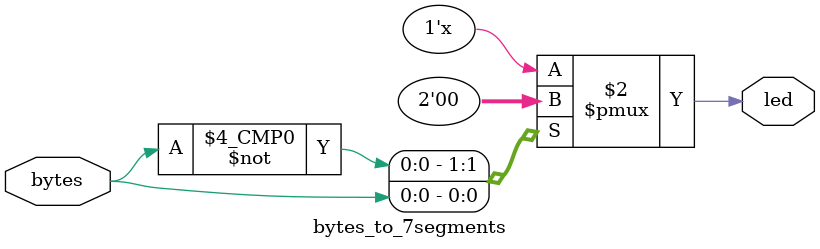
<source format=v>
module project(motor1, motor2, 
               led1, led2, led3, point_led,
               switch, motor_dir, clk, reset, set);

    input [2:0] motor_dir;
    input [3:0] switch;
    input reset, clk;
    input set;

    output [1:0] motor1;
    output [1:0] motor2;
    output [6:0] led1;
    output [6:0] led2;
    output [6:0] led3;
    output [6:0] point_led;

    reg [1:0] motor1;
    reg [1:0] motor2;
    reg [6:0] led1;
    reg [6:0] led2;
    reg [6:0] led3;
    reg [4:0] num1;
    reg [4:0] num2;
    reg [8:0] num3;
    reg [2:0] point;
    reg [6:0] point_led;

    reg [3:0] rand,rand2;
    reg [8:0] rand3;
    reg operator, alreadySet;

    always @(posedge clk) begin // random number
      rand <= rand + 1;
      rand2 <= rand2 + 3;
      rand3 <= rand3 + rand + rand2;
      if(rand > 9) rand <= 0;
      if(rand2 > 9) rand2 <= rand2 - 9;
      if(rand3 > 100) rand3 <= 0; 
    end

    always @ (1) begin // click switch then opposite dir
      if(motor_dir[0] == 1) begin
        motor1 <= 2'b01;
      end
      else begin
        motor1 <= 2'b10;
      end
    end

    always @ (1) begin  // click switch then opposite dir
      if(motor_dir[1] == 1) begin
        motor2 <= 2'b01;
      end
      else begin
        motor2 <= 2'b10;
      end
    end

    always @ (1) begin // declare opetation + - * /
      if(reset) begin
        num1 <= 0;
        num2 <= 0;
        num3 <= 0;
      end

      if(set) begin
         alreadySet <= 1;
         operator <= rand3 % 4;
         if(rand >= rand2) begin
            num1 <= rand;
            num2 <= rand2;
         end 
         else begin
            num1 <= rand2;
            num2 <= rand;
         end
         
          case (operator)
            0 : num3 <= num1 + num2;
            1 : num3 <= num1 - num2;
            2 : num3 <= num1 * num2;
            3 : num3 <= num1 / num2;
          endcase
      end

      case (num1)
            //            abcdefg
            0 : led1 <= 7'b1111110;
            1 : led1 <= 7'b0110000;
            2 : led1 <= 7'b1101101;
            3 : led1 <= 7'b1111001;
            4 : led1 <= 7'b1110011;
            5 : led1 <= 7'b1011011;
            6 : led1 <= 7'b1011111;
            7 : led1 <= 7'b1110000;
            8 : led1 <= 7'b1111111;
            9 : led1 <= 7'b1111011;
        endcase

      case (num2)
            //            abcdefg
            0 : led2 <= 7'b1111110;
            1 : led2 <= 7'b0110000;
            2 : led2 <= 7'b1101101;
            3 : led2 <= 7'b1111001;
            4 : led2 <= 7'b1110011;
            5 : led2 <= 7'b1011011;
            6 : led2 <= 7'b1011111;
            7 : led2 <= 7'b1110000;
            8 : led2 <= 7'b1111111;
            9 : led2 <= 7'b1111011;
        endcase

        case (num3)
            //            abcdefg
            0 : led3 <= 7'b1111110;
            1 : led3 <= 7'b0110000;
            2 : led3 <= 7'b1101101;
            3 : led3 <= 7'b1111001;
            4 : led3 <= 7'b1110011;
            5 : led3 <= 7'b1011011;
            6 : led3 <= 7'b1011111;
            7 : led3 <= 7'b1110000;
            8 : led3 <= 7'b1111111;
            9 : led3 <= 7'b1111011;
        endcase

      if(alreadySet == 1) begin
        if(operator == 0) begin
          if(switch[0]) begin
            point <= point+1;
            alreadySet <= 0;
          end
        end
        else if(operator == 1) begin
          if(switch[1]) begin
            point <= point+1;
            alreadySet <= 0;
          end
        end
        else if(operator == 2) begin
          if(switch[2]) begin
            point <= point+1;
            alreadySet <= 0;
          end
        end
        else if(operator == 3) begin
          if(switch[3]) begin
            point <= point+1;
            alreadySet <= 0;
          end
        end
      end

      case (point)
            //            abcdefg
            0 : point_led <= 7'b1111110;
            1 : point_led <= 7'b0110000;
            2 : point_led <= 7'b1101101;
            3 : point_led <= 7'b1111001;
            4 : point_led <= 7'b1110011;
            5 : point_led <= 7'b1011011;
            6 : point_led <= 7'b1011111;
            7 : point_led <= 7'b1110000;
            8 : point_led <= 7'b1111111;
            9 : point_led <= 7'b1111011;
        endcase

    end
endmodule

module bytes_to_7segments(led, bytes);
    input bytes;
    output led;

    reg led;

    always @(1) begin
        case (bytes)
            //            abcdefg
            0 : led <= 7'b1111110;
            1 : led <= 7'b0110000;
            2 : led <= 7'b1101101;
            3 : led <= 7'b1111001;
            4 : led <= 7'b1110011;
            5 : led <= 7'b1011011;
            6 : led <= 7'b1011111;
            7 : led <= 7'b1110000;
            8 : led <= 7'b1111111;
            9 : led <= 7'b1111011;
        endcase
    end

endmodule
</source>
